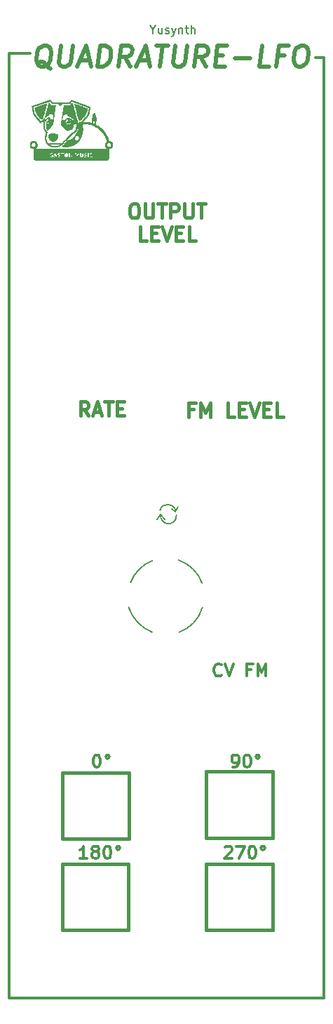
<source format=gto>
%TF.GenerationSoftware,KiCad,Pcbnew,(6.0.11-0)*%
%TF.CreationDate,2023-05-04T11:01:33+02:00*%
%TF.ProjectId,FrontPanel-4lfo1,46726f6e-7450-4616-9e65-6c2d346c666f,rev?*%
%TF.SameCoordinates,Original*%
%TF.FileFunction,Legend,Top*%
%TF.FilePolarity,Positive*%
%FSLAX46Y46*%
G04 Gerber Fmt 4.6, Leading zero omitted, Abs format (unit mm)*
G04 Created by KiCad (PCBNEW (6.0.11-0)) date 2023-05-04 11:01:33*
%MOMM*%
%LPD*%
G01*
G04 APERTURE LIST*
%ADD10C,0.300000*%
%ADD11C,0.400000*%
%ADD12C,0.150000*%
%ADD13C,0.500000*%
G04 APERTURE END LIST*
D10*
X110800000Y-154450000D02*
X110800000Y-40950000D01*
D11*
X96600000Y-127100000D02*
X104600000Y-127100000D01*
X104600000Y-127100000D02*
X104600000Y-135100000D01*
X104600000Y-135100000D02*
X96600000Y-135100000D01*
X96600000Y-135100000D02*
X96600000Y-127100000D01*
D10*
X110800000Y-40950000D02*
X109800000Y-40950000D01*
D12*
X92893140Y-95760315D02*
X92393140Y-95360315D01*
X87234423Y-107283598D02*
G75*
G03*
X90057363Y-110272867I4649577J1563298D01*
G01*
X92905538Y-95660314D02*
G75*
G03*
X91014836Y-95560315I-956838J-167186D01*
G01*
X91115011Y-96058453D02*
X91572748Y-96650000D01*
D10*
X72800000Y-40450000D02*
X75300000Y-40450000D01*
X72800000Y-154450000D02*
X110800000Y-154450000D01*
D12*
X91115011Y-96058453D02*
X90628304Y-96660315D01*
X93309114Y-110274864D02*
G75*
G03*
X96134465Y-107283584I-1409814J4161564D01*
G01*
X96106449Y-104374184D02*
G75*
G03*
X93257363Y-101572867I-4348949J-1573616D01*
G01*
X91114935Y-96058438D02*
G75*
G03*
X93000000Y-96150000I935665J-187162D01*
G01*
D10*
X72800000Y-40450000D02*
X72800000Y-154450000D01*
D12*
X92893140Y-95760315D02*
X93193140Y-95160315D01*
X90105963Y-101638746D02*
G75*
G03*
X87457363Y-104272867I1651437J-4309154D01*
G01*
D11*
X79250000Y-127200000D02*
X87250000Y-127200000D01*
X87250000Y-127200000D02*
X87250000Y-135200000D01*
X87250000Y-135200000D02*
X79250000Y-135200000D01*
X79250000Y-135200000D02*
X79250000Y-127200000D01*
X96600000Y-138200000D02*
X104600000Y-138200000D01*
X104600000Y-138200000D02*
X104600000Y-146200000D01*
X104600000Y-146200000D02*
X96600000Y-146200000D01*
X96600000Y-146200000D02*
X96600000Y-138200000D01*
X79200000Y-138200000D02*
X87200000Y-138200000D01*
X87200000Y-138200000D02*
X87200000Y-146200000D01*
X87200000Y-146200000D02*
X79200000Y-146200000D01*
X79200000Y-146200000D02*
X79200000Y-138200000D01*
X82380952Y-84169047D02*
X81814285Y-83359523D01*
X81409523Y-84169047D02*
X81409523Y-82469047D01*
X82057142Y-82469047D01*
X82219047Y-82550000D01*
X82300000Y-82630952D01*
X82380952Y-82792857D01*
X82380952Y-83035714D01*
X82300000Y-83197619D01*
X82219047Y-83278571D01*
X82057142Y-83359523D01*
X81409523Y-83359523D01*
X83028571Y-83683333D02*
X83838095Y-83683333D01*
X82866666Y-84169047D02*
X83433333Y-82469047D01*
X84000000Y-84169047D01*
X84323809Y-82469047D02*
X85295238Y-82469047D01*
X84809523Y-84169047D02*
X84809523Y-82469047D01*
X85861904Y-83278571D02*
X86428571Y-83278571D01*
X86671428Y-84169047D02*
X85861904Y-84169047D01*
X85861904Y-82469047D01*
X86671428Y-82469047D01*
X87761904Y-58600547D02*
X88085714Y-58600547D01*
X88247619Y-58681500D01*
X88409523Y-58843404D01*
X88490476Y-59167214D01*
X88490476Y-59733880D01*
X88409523Y-60057690D01*
X88247619Y-60219595D01*
X88085714Y-60300547D01*
X87761904Y-60300547D01*
X87600000Y-60219595D01*
X87438095Y-60057690D01*
X87357142Y-59733880D01*
X87357142Y-59167214D01*
X87438095Y-58843404D01*
X87600000Y-58681500D01*
X87761904Y-58600547D01*
X89219047Y-58600547D02*
X89219047Y-59976738D01*
X89300000Y-60138642D01*
X89380952Y-60219595D01*
X89542857Y-60300547D01*
X89866666Y-60300547D01*
X90028571Y-60219595D01*
X90109523Y-60138642D01*
X90190476Y-59976738D01*
X90190476Y-58600547D01*
X90757142Y-58600547D02*
X91728571Y-58600547D01*
X91242857Y-60300547D02*
X91242857Y-58600547D01*
X92295238Y-60300547D02*
X92295238Y-58600547D01*
X92942857Y-58600547D01*
X93104761Y-58681500D01*
X93185714Y-58762452D01*
X93266666Y-58924357D01*
X93266666Y-59167214D01*
X93185714Y-59329119D01*
X93104761Y-59410071D01*
X92942857Y-59491023D01*
X92295238Y-59491023D01*
X93995238Y-58600547D02*
X93995238Y-59976738D01*
X94076190Y-60138642D01*
X94157142Y-60219595D01*
X94319047Y-60300547D01*
X94642857Y-60300547D01*
X94804761Y-60219595D01*
X94885714Y-60138642D01*
X94966666Y-59976738D01*
X94966666Y-58600547D01*
X95533333Y-58600547D02*
X96504761Y-58600547D01*
X96019047Y-60300547D02*
X96019047Y-58600547D01*
X89421428Y-63037547D02*
X88611904Y-63037547D01*
X88611904Y-61337547D01*
X89988095Y-62147071D02*
X90554761Y-62147071D01*
X90797619Y-63037547D02*
X89988095Y-63037547D01*
X89988095Y-61337547D01*
X90797619Y-61337547D01*
X91283333Y-61337547D02*
X91850000Y-63037547D01*
X92416666Y-61337547D01*
X92983333Y-62147071D02*
X93550000Y-62147071D01*
X93792857Y-63037547D02*
X92983333Y-63037547D01*
X92983333Y-61337547D01*
X93792857Y-61337547D01*
X95330952Y-63037547D02*
X94521428Y-63037547D01*
X94521428Y-61337547D01*
D10*
X98450000Y-115435714D02*
X98378571Y-115507142D01*
X98164285Y-115578571D01*
X98021428Y-115578571D01*
X97807142Y-115507142D01*
X97664285Y-115364285D01*
X97592857Y-115221428D01*
X97521428Y-114935714D01*
X97521428Y-114721428D01*
X97592857Y-114435714D01*
X97664285Y-114292857D01*
X97807142Y-114150000D01*
X98021428Y-114078571D01*
X98164285Y-114078571D01*
X98378571Y-114150000D01*
X98450000Y-114221428D01*
X98878571Y-114078571D02*
X99378571Y-115578571D01*
X99878571Y-114078571D01*
X102021428Y-114792857D02*
X101521428Y-114792857D01*
X101521428Y-115578571D02*
X101521428Y-114078571D01*
X102235714Y-114078571D01*
X102807142Y-115578571D02*
X102807142Y-114078571D01*
X103307142Y-115150000D01*
X103807142Y-114078571D01*
X103807142Y-115578571D01*
X99828571Y-126578571D02*
X100114285Y-126578571D01*
X100257142Y-126507142D01*
X100328571Y-126435714D01*
X100471428Y-126221428D01*
X100542857Y-125935714D01*
X100542857Y-125364285D01*
X100471428Y-125221428D01*
X100400000Y-125150000D01*
X100257142Y-125078571D01*
X99971428Y-125078571D01*
X99828571Y-125150000D01*
X99757142Y-125221428D01*
X99685714Y-125364285D01*
X99685714Y-125721428D01*
X99757142Y-125864285D01*
X99828571Y-125935714D01*
X99971428Y-126007142D01*
X100257142Y-126007142D01*
X100400000Y-125935714D01*
X100471428Y-125864285D01*
X100542857Y-125721428D01*
X101471428Y-125078571D02*
X101614285Y-125078571D01*
X101757142Y-125150000D01*
X101828571Y-125221428D01*
X101900000Y-125364285D01*
X101971428Y-125650000D01*
X101971428Y-126007142D01*
X101900000Y-126292857D01*
X101828571Y-126435714D01*
X101757142Y-126507142D01*
X101614285Y-126578571D01*
X101471428Y-126578571D01*
X101328571Y-126507142D01*
X101257142Y-126435714D01*
X101185714Y-126292857D01*
X101114285Y-126007142D01*
X101114285Y-125650000D01*
X101185714Y-125364285D01*
X101257142Y-125221428D01*
X101328571Y-125150000D01*
X101471428Y-125078571D01*
X102828571Y-125078571D02*
X102685714Y-125150000D01*
X102614285Y-125292857D01*
X102685714Y-125435714D01*
X102828571Y-125507142D01*
X102971428Y-125435714D01*
X103042857Y-125292857D01*
X102971428Y-125150000D01*
X102828571Y-125078571D01*
X82228571Y-137578571D02*
X81371428Y-137578571D01*
X81800000Y-137578571D02*
X81800000Y-136078571D01*
X81657142Y-136292857D01*
X81514285Y-136435714D01*
X81371428Y-136507142D01*
X83085714Y-136721428D02*
X82942857Y-136650000D01*
X82871428Y-136578571D01*
X82800000Y-136435714D01*
X82800000Y-136364285D01*
X82871428Y-136221428D01*
X82942857Y-136150000D01*
X83085714Y-136078571D01*
X83371428Y-136078571D01*
X83514285Y-136150000D01*
X83585714Y-136221428D01*
X83657142Y-136364285D01*
X83657142Y-136435714D01*
X83585714Y-136578571D01*
X83514285Y-136650000D01*
X83371428Y-136721428D01*
X83085714Y-136721428D01*
X82942857Y-136792857D01*
X82871428Y-136864285D01*
X82800000Y-137007142D01*
X82800000Y-137292857D01*
X82871428Y-137435714D01*
X82942857Y-137507142D01*
X83085714Y-137578571D01*
X83371428Y-137578571D01*
X83514285Y-137507142D01*
X83585714Y-137435714D01*
X83657142Y-137292857D01*
X83657142Y-137007142D01*
X83585714Y-136864285D01*
X83514285Y-136792857D01*
X83371428Y-136721428D01*
X84585714Y-136078571D02*
X84728571Y-136078571D01*
X84871428Y-136150000D01*
X84942857Y-136221428D01*
X85014285Y-136364285D01*
X85085714Y-136650000D01*
X85085714Y-137007142D01*
X85014285Y-137292857D01*
X84942857Y-137435714D01*
X84871428Y-137507142D01*
X84728571Y-137578571D01*
X84585714Y-137578571D01*
X84442857Y-137507142D01*
X84371428Y-137435714D01*
X84300000Y-137292857D01*
X84228571Y-137007142D01*
X84228571Y-136650000D01*
X84300000Y-136364285D01*
X84371428Y-136221428D01*
X84442857Y-136150000D01*
X84585714Y-136078571D01*
X85942857Y-136078571D02*
X85800000Y-136150000D01*
X85728571Y-136292857D01*
X85800000Y-136435714D01*
X85942857Y-136507142D01*
X86085714Y-136435714D01*
X86157142Y-136292857D01*
X86085714Y-136150000D01*
X85942857Y-136078571D01*
X83307142Y-125078571D02*
X83450000Y-125078571D01*
X83592857Y-125150000D01*
X83664285Y-125221428D01*
X83735714Y-125364285D01*
X83807142Y-125650000D01*
X83807142Y-126007142D01*
X83735714Y-126292857D01*
X83664285Y-126435714D01*
X83592857Y-126507142D01*
X83450000Y-126578571D01*
X83307142Y-126578571D01*
X83164285Y-126507142D01*
X83092857Y-126435714D01*
X83021428Y-126292857D01*
X82950000Y-126007142D01*
X82950000Y-125650000D01*
X83021428Y-125364285D01*
X83092857Y-125221428D01*
X83164285Y-125150000D01*
X83307142Y-125078571D01*
X84664285Y-125078571D02*
X84521428Y-125150000D01*
X84450000Y-125292857D01*
X84521428Y-125435714D01*
X84664285Y-125507142D01*
X84807142Y-125435714D01*
X84878571Y-125292857D01*
X84807142Y-125150000D01*
X84664285Y-125078571D01*
D13*
X77750223Y-42269047D02*
X77527008Y-42150000D01*
X77318675Y-41911904D01*
X77006175Y-41554761D01*
X76782961Y-41435714D01*
X76544866Y-41435714D01*
X76589508Y-42030952D02*
X76366294Y-41911904D01*
X76157961Y-41673809D01*
X76098437Y-41197619D01*
X76202604Y-40364285D01*
X76381175Y-39888095D01*
X76649032Y-39650000D01*
X76902008Y-39530952D01*
X77378199Y-39530952D01*
X77601413Y-39650000D01*
X77809747Y-39888095D01*
X77869270Y-40364285D01*
X77765104Y-41197619D01*
X77586532Y-41673809D01*
X77318675Y-41911904D01*
X77065699Y-42030952D01*
X76589508Y-42030952D01*
X79044866Y-39530952D02*
X78791889Y-41554761D01*
X78881175Y-41792857D01*
X78985342Y-41911904D01*
X79208556Y-42030952D01*
X79684747Y-42030952D01*
X79937723Y-41911904D01*
X80071651Y-41792857D01*
X80220461Y-41554761D01*
X80473437Y-39530952D01*
X81321651Y-41316666D02*
X82512127Y-41316666D01*
X80994270Y-42030952D02*
X82140104Y-39530952D01*
X82660937Y-42030952D01*
X83494270Y-42030952D02*
X83806770Y-39530952D01*
X84402008Y-39530952D01*
X84744270Y-39650000D01*
X84952604Y-39888095D01*
X85041889Y-40126190D01*
X85101413Y-40602380D01*
X85056770Y-40959523D01*
X84878199Y-41435714D01*
X84729389Y-41673809D01*
X84461532Y-41911904D01*
X84089508Y-42030952D01*
X83494270Y-42030952D01*
X87422842Y-42030952D02*
X86738318Y-40840476D01*
X85994270Y-42030952D02*
X86306770Y-39530952D01*
X87259151Y-39530952D01*
X87482366Y-39650000D01*
X87586532Y-39769047D01*
X87675818Y-40007142D01*
X87631175Y-40364285D01*
X87482366Y-40602380D01*
X87348437Y-40721428D01*
X87095461Y-40840476D01*
X86143080Y-40840476D01*
X88464508Y-41316666D02*
X89654985Y-41316666D01*
X88137127Y-42030952D02*
X89282961Y-39530952D01*
X89803794Y-42030952D01*
X90592485Y-39530952D02*
X92021056Y-39530952D01*
X90994270Y-42030952D02*
X91306770Y-39530952D01*
X92854389Y-39530952D02*
X92601413Y-41554761D01*
X92690699Y-41792857D01*
X92794866Y-41911904D01*
X93018080Y-42030952D01*
X93494270Y-42030952D01*
X93747247Y-41911904D01*
X93881175Y-41792857D01*
X94029985Y-41554761D01*
X94282961Y-39530952D01*
X96589508Y-42030952D02*
X95904985Y-40840476D01*
X95160937Y-42030952D02*
X95473437Y-39530952D01*
X96425818Y-39530952D01*
X96649032Y-39650000D01*
X96753199Y-39769047D01*
X96842485Y-40007142D01*
X96797842Y-40364285D01*
X96649032Y-40602380D01*
X96515104Y-40721428D01*
X96262127Y-40840476D01*
X95309747Y-40840476D01*
X97824627Y-40721428D02*
X98657961Y-40721428D01*
X98851413Y-42030952D02*
X97660937Y-42030952D01*
X97973437Y-39530952D01*
X99163913Y-39530952D01*
X100041889Y-41078571D02*
X101946651Y-41078571D01*
X104208556Y-42030952D02*
X103018080Y-42030952D01*
X103330580Y-39530952D01*
X106038913Y-40721428D02*
X105205580Y-40721428D01*
X105041889Y-42030952D02*
X105354389Y-39530952D01*
X106544866Y-39530952D01*
X107973437Y-39530952D02*
X108449627Y-39530952D01*
X108672842Y-39650000D01*
X108881175Y-39888095D01*
X108940699Y-40364285D01*
X108836532Y-41197619D01*
X108657961Y-41673809D01*
X108390104Y-41911904D01*
X108137127Y-42030952D01*
X107660937Y-42030952D01*
X107437723Y-41911904D01*
X107229389Y-41673809D01*
X107169866Y-41197619D01*
X107274032Y-40364285D01*
X107452604Y-39888095D01*
X107720461Y-39650000D01*
X107973437Y-39530952D01*
D12*
X90171428Y-37576190D02*
X90171428Y-38052380D01*
X89838095Y-37052380D02*
X90171428Y-37576190D01*
X90504761Y-37052380D01*
X91266666Y-37385714D02*
X91266666Y-38052380D01*
X90838095Y-37385714D02*
X90838095Y-37909523D01*
X90885714Y-38004761D01*
X90980952Y-38052380D01*
X91123809Y-38052380D01*
X91219047Y-38004761D01*
X91266666Y-37957142D01*
X91695238Y-38004761D02*
X91790476Y-38052380D01*
X91980952Y-38052380D01*
X92076190Y-38004761D01*
X92123809Y-37909523D01*
X92123809Y-37861904D01*
X92076190Y-37766666D01*
X91980952Y-37719047D01*
X91838095Y-37719047D01*
X91742857Y-37671428D01*
X91695238Y-37576190D01*
X91695238Y-37528571D01*
X91742857Y-37433333D01*
X91838095Y-37385714D01*
X91980952Y-37385714D01*
X92076190Y-37433333D01*
X92457142Y-37385714D02*
X92695238Y-38052380D01*
X92933333Y-37385714D02*
X92695238Y-38052380D01*
X92600000Y-38290476D01*
X92552380Y-38338095D01*
X92457142Y-38385714D01*
X93314285Y-37385714D02*
X93314285Y-38052380D01*
X93314285Y-37480952D02*
X93361904Y-37433333D01*
X93457142Y-37385714D01*
X93600000Y-37385714D01*
X93695238Y-37433333D01*
X93742857Y-37528571D01*
X93742857Y-38052380D01*
X94076190Y-37385714D02*
X94457142Y-37385714D01*
X94219047Y-37052380D02*
X94219047Y-37909523D01*
X94266666Y-38004761D01*
X94361904Y-38052380D01*
X94457142Y-38052380D01*
X94790476Y-38052380D02*
X94790476Y-37052380D01*
X95219047Y-38052380D02*
X95219047Y-37528571D01*
X95171428Y-37433333D01*
X95076190Y-37385714D01*
X94933333Y-37385714D01*
X94838095Y-37433333D01*
X94790476Y-37480952D01*
D10*
X98871428Y-136221428D02*
X98942857Y-136150000D01*
X99085714Y-136078571D01*
X99442857Y-136078571D01*
X99585714Y-136150000D01*
X99657142Y-136221428D01*
X99728571Y-136364285D01*
X99728571Y-136507142D01*
X99657142Y-136721428D01*
X98800000Y-137578571D01*
X99728571Y-137578571D01*
X100228571Y-136078571D02*
X101228571Y-136078571D01*
X100585714Y-137578571D01*
X102085714Y-136078571D02*
X102228571Y-136078571D01*
X102371428Y-136150000D01*
X102442857Y-136221428D01*
X102514285Y-136364285D01*
X102585714Y-136650000D01*
X102585714Y-137007142D01*
X102514285Y-137292857D01*
X102442857Y-137435714D01*
X102371428Y-137507142D01*
X102228571Y-137578571D01*
X102085714Y-137578571D01*
X101942857Y-137507142D01*
X101871428Y-137435714D01*
X101800000Y-137292857D01*
X101728571Y-137007142D01*
X101728571Y-136650000D01*
X101800000Y-136364285D01*
X101871428Y-136221428D01*
X101942857Y-136150000D01*
X102085714Y-136078571D01*
X103442857Y-136078571D02*
X103300000Y-136150000D01*
X103228571Y-136292857D01*
X103300000Y-136435714D01*
X103442857Y-136507142D01*
X103585714Y-136435714D01*
X103657142Y-136292857D01*
X103585714Y-136150000D01*
X103442857Y-136078571D01*
D11*
X95055952Y-83378571D02*
X94489285Y-83378571D01*
X94489285Y-84269047D02*
X94489285Y-82569047D01*
X95298809Y-82569047D01*
X95946428Y-84269047D02*
X95946428Y-82569047D01*
X96513095Y-83783333D01*
X97079761Y-82569047D01*
X97079761Y-84269047D01*
X99994047Y-84269047D02*
X99184523Y-84269047D01*
X99184523Y-82569047D01*
X100560714Y-83378571D02*
X101127380Y-83378571D01*
X101370238Y-84269047D02*
X100560714Y-84269047D01*
X100560714Y-82569047D01*
X101370238Y-82569047D01*
X101855952Y-82569047D02*
X102422619Y-84269047D01*
X102989285Y-82569047D01*
X103555952Y-83378571D02*
X104122619Y-83378571D01*
X104365476Y-84269047D02*
X103555952Y-84269047D01*
X103555952Y-82569047D01*
X104365476Y-82569047D01*
X105903571Y-84269047D02*
X105094047Y-84269047D01*
X105094047Y-82569047D01*
%TO.C,G\u002A\u002A\u002A*%
G36*
X79712500Y-48532866D02*
G01*
X79731282Y-48496199D01*
X79762438Y-48459126D01*
X79773084Y-48448278D01*
X79833164Y-48398489D01*
X79893542Y-48371477D01*
X79959550Y-48365534D01*
X80009504Y-48372471D01*
X80091075Y-48398866D01*
X80152756Y-48440113D01*
X80195171Y-48496999D01*
X80218943Y-48570310D01*
X80224963Y-48643750D01*
X80214586Y-48733767D01*
X80183827Y-48809698D01*
X80133248Y-48870731D01*
X80063408Y-48916055D01*
X80026464Y-48930901D01*
X79974490Y-48945286D01*
X79931675Y-48947469D01*
X79885651Y-48937986D01*
X79882716Y-48937117D01*
X79809979Y-48903403D01*
X79753324Y-48852138D01*
X79714116Y-48785989D01*
X79693725Y-48707623D01*
X79693517Y-48619707D01*
X79695863Y-48605056D01*
X79726515Y-48605056D01*
X79736422Y-48640172D01*
X79743730Y-48650280D01*
X79773616Y-48669204D01*
X79809608Y-48674210D01*
X79840853Y-48664567D01*
X79848853Y-48657365D01*
X79866465Y-48621580D01*
X79872023Y-48577211D01*
X79866627Y-48532003D01*
X79851378Y-48493700D01*
X79827378Y-48470046D01*
X79821904Y-48467841D01*
X79792245Y-48469767D01*
X79765254Y-48490571D01*
X79743554Y-48524135D01*
X79729767Y-48564336D01*
X79726515Y-48605056D01*
X79695863Y-48605056D01*
X79699797Y-48580483D01*
X79712500Y-48532866D01*
G37*
G36*
X79116603Y-48459735D02*
G01*
X79117421Y-48454130D01*
X79232378Y-48454130D01*
X79233054Y-48457810D01*
X79254367Y-48480442D01*
X79294607Y-48494526D01*
X79348993Y-48499477D01*
X79412743Y-48494714D01*
X79459677Y-48485461D01*
X79490571Y-48475317D01*
X79519903Y-48458882D01*
X79552955Y-48432299D01*
X79595009Y-48391714D01*
X79612162Y-48374179D01*
X79664980Y-48321559D01*
X79708016Y-48284444D01*
X79747406Y-48259053D01*
X79789284Y-48241607D01*
X79839788Y-48228326D01*
X79853737Y-48225367D01*
X79947908Y-48217347D01*
X80046962Y-48231476D01*
X80152092Y-48268101D01*
X80264489Y-48327570D01*
X80314589Y-48359739D01*
X80368676Y-48394705D01*
X80426890Y-48430079D01*
X80477759Y-48458921D01*
X80483625Y-48462033D01*
X80523868Y-48485278D01*
X80555050Y-48507241D01*
X80570421Y-48523165D01*
X80570422Y-48523168D01*
X80577815Y-48533058D01*
X80582808Y-48520847D01*
X80584572Y-48509667D01*
X80578681Y-48470225D01*
X80552080Y-48422167D01*
X80495850Y-48351763D01*
X80430243Y-48290669D01*
X80351216Y-48236035D01*
X80254731Y-48185008D01*
X80155265Y-48142058D01*
X80066369Y-48103667D01*
X80001119Y-48068978D01*
X79959250Y-48038159D01*
X79924650Y-48005969D01*
X79891979Y-47976058D01*
X79880873Y-47966071D01*
X79858081Y-47937022D01*
X79850022Y-47898660D01*
X79849779Y-47887554D01*
X79845440Y-47849300D01*
X79833331Y-47830460D01*
X79832334Y-47830024D01*
X79808616Y-47827452D01*
X79766141Y-47828935D01*
X79710044Y-47833747D01*
X79645460Y-47841158D01*
X79577522Y-47850441D01*
X79511366Y-47860867D01*
X79452126Y-47871708D01*
X79404937Y-47882236D01*
X79374934Y-47891721D01*
X79367931Y-47895896D01*
X79355822Y-47916127D01*
X79340444Y-47952903D01*
X79324949Y-47998608D01*
X79323659Y-48002890D01*
X79308827Y-48056753D01*
X79293098Y-48120755D01*
X79277409Y-48190189D01*
X79262698Y-48260349D01*
X79249903Y-48326529D01*
X79239959Y-48384024D01*
X79233805Y-48428126D01*
X79232378Y-48454130D01*
X79117421Y-48454130D01*
X79142489Y-48282263D01*
X79167645Y-48110827D01*
X79191757Y-47947530D01*
X79214513Y-47794474D01*
X79235598Y-47653761D01*
X79254699Y-47527494D01*
X79271501Y-47417775D01*
X79285693Y-47326705D01*
X79296960Y-47256387D01*
X79304354Y-47212500D01*
X79318278Y-47129363D01*
X79333098Y-47034201D01*
X79346870Y-46939827D01*
X79356035Y-46871875D01*
X79378003Y-46700000D01*
X80172581Y-46700000D01*
X80259780Y-46578125D01*
X80296202Y-46528212D01*
X80329612Y-46484215D01*
X80356145Y-46451115D01*
X80371228Y-46434505D01*
X80386703Y-46422777D01*
X80401249Y-46421730D01*
X80422321Y-46433011D01*
X80448173Y-46451494D01*
X80482993Y-46481457D01*
X80511146Y-46513225D01*
X80519567Y-46526369D01*
X80525637Y-46544246D01*
X80537200Y-46584365D01*
X80553729Y-46644701D01*
X80574694Y-46723232D01*
X80599567Y-46817934D01*
X80627818Y-46926783D01*
X80658920Y-47047757D01*
X80692344Y-47178832D01*
X80727560Y-47317985D01*
X80756824Y-47434380D01*
X80798936Y-47602199D01*
X80835569Y-47747663D01*
X80867261Y-47872682D01*
X80894548Y-47979166D01*
X80917969Y-48069025D01*
X80938060Y-48144171D01*
X80955360Y-48206513D01*
X80970404Y-48257962D01*
X80983731Y-48300428D01*
X80995878Y-48335822D01*
X81007382Y-48366054D01*
X81018780Y-48393035D01*
X81030610Y-48418675D01*
X81037888Y-48433700D01*
X81100394Y-48561150D01*
X81100143Y-48952450D01*
X81099713Y-49053162D01*
X81098619Y-49149489D01*
X81096956Y-49237579D01*
X81094819Y-49313583D01*
X81092304Y-49373650D01*
X81089507Y-49413929D01*
X81088468Y-49422709D01*
X81077582Y-49467679D01*
X81056666Y-49528866D01*
X81028127Y-49600797D01*
X80994373Y-49677999D01*
X80957811Y-49754998D01*
X80920848Y-49826322D01*
X80885893Y-49886498D01*
X80881278Y-49893750D01*
X80857668Y-49933901D01*
X80839649Y-49970983D01*
X80833148Y-49989517D01*
X80827283Y-50003158D01*
X80814193Y-50017621D01*
X80790859Y-50034869D01*
X80754259Y-50056864D01*
X80701375Y-50085568D01*
X80629186Y-50122941D01*
X80622549Y-50126333D01*
X80419760Y-50229881D01*
X80144209Y-50511815D01*
X79961807Y-50698140D01*
X79795783Y-50867104D01*
X79646230Y-51018614D01*
X79513240Y-51152580D01*
X79396905Y-51268908D01*
X79297316Y-51367508D01*
X79214567Y-51448287D01*
X79148749Y-51511155D01*
X79099954Y-51556018D01*
X79074397Y-51577948D01*
X78942627Y-51669299D01*
X78798384Y-51741266D01*
X78645138Y-51793203D01*
X78486360Y-51824468D01*
X78325521Y-51834413D01*
X78166092Y-51822395D01*
X78011543Y-51787768D01*
X77987147Y-51779969D01*
X77879021Y-51740171D01*
X77784230Y-51696258D01*
X77696801Y-51644479D01*
X77610766Y-51581082D01*
X77520152Y-51502316D01*
X77470877Y-51455624D01*
X77459464Y-51443750D01*
X77742492Y-51443750D01*
X77789173Y-51479443D01*
X77837824Y-51510305D01*
X77903522Y-51543282D01*
X77978840Y-51575328D01*
X78056352Y-51603399D01*
X78128631Y-51624449D01*
X78159079Y-51631126D01*
X78309696Y-51647007D01*
X78459961Y-51638178D01*
X78607346Y-51604826D01*
X78632868Y-51596408D01*
X78752572Y-51550522D01*
X78847948Y-51504119D01*
X78910796Y-51463504D01*
X78918770Y-51456890D01*
X78921766Y-51451596D01*
X78917350Y-51447391D01*
X78903087Y-51444043D01*
X78876540Y-51441321D01*
X78835274Y-51438994D01*
X78776855Y-51436830D01*
X78698847Y-51434598D01*
X78598814Y-51432067D01*
X78573129Y-51431436D01*
X78464448Y-51429385D01*
X78350246Y-51428318D01*
X78236821Y-51428218D01*
X78130467Y-51429068D01*
X78037482Y-51430850D01*
X77973856Y-51433077D01*
X77742492Y-51443750D01*
X77459464Y-51443750D01*
X77369071Y-51349707D01*
X77287594Y-51247826D01*
X77223315Y-51145345D01*
X77173105Y-51037630D01*
X77154638Y-50987310D01*
X77142485Y-50949323D01*
X77133976Y-50914867D01*
X77128499Y-50878192D01*
X77125442Y-50833545D01*
X77124190Y-50775177D01*
X77124119Y-50700935D01*
X77125284Y-50614110D01*
X77128621Y-50537424D01*
X77134878Y-50464433D01*
X77144807Y-50388693D01*
X77159156Y-50303757D01*
X77178675Y-50203182D01*
X77186441Y-50165160D01*
X77215512Y-50024070D01*
X77187162Y-49965160D01*
X77170273Y-49932216D01*
X77144102Y-49883721D01*
X77111968Y-49825716D01*
X77077186Y-49764248D01*
X77070260Y-49752169D01*
X77036217Y-49690404D01*
X77005610Y-49630227D01*
X76981417Y-49577817D01*
X76966616Y-49539353D01*
X76965030Y-49533820D01*
X76959805Y-49505376D01*
X76955662Y-49463266D01*
X76952526Y-49405361D01*
X76950320Y-49329531D01*
X76948965Y-49233646D01*
X76948385Y-49115577D01*
X76948351Y-49073068D01*
X76948351Y-48676585D01*
X76831222Y-48732042D01*
X76781336Y-48755143D01*
X76739539Y-48773532D01*
X76711160Y-48784919D01*
X76702103Y-48787500D01*
X76691790Y-48798357D01*
X76678865Y-48826024D01*
X76671954Y-48845943D01*
X76658687Y-48880932D01*
X76645345Y-48904256D01*
X76639661Y-48909095D01*
X76633816Y-48908274D01*
X76624212Y-48901851D01*
X76609512Y-48888299D01*
X76588381Y-48866090D01*
X76559483Y-48833697D01*
X76521482Y-48789591D01*
X76473043Y-48732244D01*
X76412830Y-48660129D01*
X76339506Y-48571718D01*
X76251737Y-48465482D01*
X76250156Y-48463566D01*
X76111793Y-48296086D01*
X75984355Y-48142271D01*
X75863049Y-47996340D01*
X75778234Y-47894610D01*
X75744966Y-47853838D01*
X75715771Y-47816442D01*
X75696366Y-47789770D01*
X75694878Y-47787500D01*
X75688334Y-47768257D01*
X75678669Y-47727775D01*
X75666487Y-47669535D01*
X75652390Y-47597017D01*
X75636980Y-47513703D01*
X75620859Y-47423075D01*
X75604629Y-47328614D01*
X75588893Y-47233802D01*
X75574254Y-47142121D01*
X75561312Y-47057051D01*
X75550671Y-46982074D01*
X75542934Y-46920672D01*
X75539950Y-46891959D01*
X75536277Y-46845165D01*
X75536652Y-46816903D01*
X75542264Y-46800870D01*
X75554300Y-46790762D01*
X75559583Y-46787812D01*
X75577522Y-46780464D01*
X75616304Y-46766112D01*
X75673080Y-46745763D01*
X75744998Y-46720421D01*
X75829208Y-46691090D01*
X75922858Y-46658776D01*
X76020856Y-46625246D01*
X76133011Y-46586943D01*
X76249027Y-46547162D01*
X76363973Y-46507605D01*
X76472918Y-46469975D01*
X76570934Y-46435972D01*
X76653089Y-46407298D01*
X76691975Y-46393622D01*
X76791844Y-46358469D01*
X76910030Y-46317061D01*
X77041192Y-46271258D01*
X77179991Y-46222918D01*
X77321084Y-46173901D01*
X77459132Y-46126068D01*
X77588793Y-46081277D01*
X77611177Y-46073562D01*
X77664720Y-46055999D01*
X77700770Y-46046924D01*
X77725006Y-46045417D01*
X77743108Y-46050556D01*
X77745503Y-46051768D01*
X77763136Y-46065278D01*
X77794708Y-46093579D01*
X77836811Y-46133451D01*
X77886036Y-46181677D01*
X77931145Y-46227050D01*
X78088763Y-46387500D01*
X79995375Y-46387500D01*
X80155226Y-46225000D01*
X80206997Y-46173060D01*
X80253376Y-46127832D01*
X80291316Y-46092180D01*
X80317773Y-46068970D01*
X80329424Y-46061060D01*
X80342825Y-46060664D01*
X80359489Y-46062621D01*
X80382201Y-46067828D01*
X80413744Y-46077180D01*
X80456902Y-46091574D01*
X80514458Y-46111905D01*
X80589196Y-46139070D01*
X80683899Y-46173965D01*
X80709164Y-46183314D01*
X80805138Y-46218818D01*
X80903619Y-46255199D01*
X80999117Y-46290432D01*
X81086141Y-46322491D01*
X81159200Y-46349353D01*
X81200443Y-46364474D01*
X81277475Y-46393032D01*
X81361595Y-46424823D01*
X81442510Y-46455925D01*
X81508570Y-46481875D01*
X81563287Y-46503467D01*
X81609331Y-46521151D01*
X81641867Y-46533103D01*
X81656059Y-46537499D01*
X81656063Y-46537500D01*
X81660776Y-46538354D01*
X81670970Y-46541414D01*
X81688678Y-46547426D01*
X81715933Y-46557132D01*
X81754769Y-46571279D01*
X81807219Y-46590611D01*
X81875315Y-46615873D01*
X81961091Y-46647810D01*
X82066580Y-46687166D01*
X82169670Y-46725667D01*
X82254510Y-46757084D01*
X82337822Y-46787432D01*
X82414647Y-46814942D01*
X82480025Y-46837845D01*
X82528998Y-46854372D01*
X82543112Y-46858873D01*
X82591305Y-46874252D01*
X82619987Y-46885683D01*
X82633637Y-46896291D01*
X82636737Y-46909199D01*
X82634732Y-46922772D01*
X82630716Y-46945244D01*
X82623500Y-46987973D01*
X82613815Y-47046528D01*
X82602393Y-47116479D01*
X82589968Y-47193392D01*
X82588907Y-47200000D01*
X82562428Y-47362529D01*
X82538990Y-47501213D01*
X82518406Y-47616995D01*
X82500490Y-47710821D01*
X82485054Y-47783634D01*
X82471912Y-47836380D01*
X82460877Y-47870004D01*
X82453807Y-47883323D01*
X82438405Y-47901716D01*
X82409792Y-47934988D01*
X82371313Y-47979280D01*
X82326316Y-48030734D01*
X82296584Y-48064573D01*
X82239359Y-48129632D01*
X82172438Y-48205795D01*
X82102592Y-48285349D01*
X82036593Y-48360584D01*
X82008943Y-48392129D01*
X81954319Y-48454316D01*
X81899538Y-48516415D01*
X81849058Y-48573394D01*
X81807335Y-48620216D01*
X81785106Y-48644939D01*
X81752509Y-48682005D01*
X81727623Y-48712323D01*
X81714372Y-48731027D01*
X81713204Y-48734059D01*
X81725182Y-48736579D01*
X81758994Y-48738855D01*
X81811461Y-48740798D01*
X81879404Y-48742320D01*
X81959645Y-48743332D01*
X82049006Y-48743744D01*
X82060250Y-48743750D01*
X82163452Y-48743840D01*
X82245780Y-48744307D01*
X82311370Y-48745443D01*
X82364361Y-48747543D01*
X82408888Y-48750898D01*
X82449091Y-48755804D01*
X82489107Y-48762553D01*
X82533072Y-48771438D01*
X82573091Y-48780111D01*
X82634295Y-48792883D01*
X82686469Y-48802540D01*
X82724915Y-48808305D01*
X82744936Y-48809402D01*
X82746557Y-48808814D01*
X82754079Y-48790225D01*
X82762960Y-48750149D01*
X82772767Y-48692033D01*
X82783068Y-48619325D01*
X82793430Y-48535474D01*
X82803421Y-48443929D01*
X82810677Y-48368284D01*
X83018895Y-48368284D01*
X83019340Y-48395610D01*
X83020921Y-48403371D01*
X83022106Y-48398758D01*
X83028978Y-48381250D01*
X83076367Y-48381250D01*
X83082620Y-48387500D01*
X83088873Y-48381250D01*
X83082620Y-48375000D01*
X83076367Y-48381250D01*
X83028978Y-48381250D01*
X83031575Y-48374632D01*
X83054083Y-48365863D01*
X83064509Y-48365219D01*
X83090550Y-48367906D01*
X83101379Y-48375836D01*
X83106705Y-48387535D01*
X83120452Y-48379392D01*
X83139274Y-48353621D01*
X83142024Y-48348907D01*
X83155929Y-48320625D01*
X83162158Y-48293488D01*
X83160778Y-48260465D01*
X83151855Y-48214523D01*
X83143630Y-48180693D01*
X83130116Y-48135282D01*
X83117488Y-48107495D01*
X83107245Y-48099348D01*
X83100885Y-48112858D01*
X83099928Y-48121875D01*
X83098181Y-48137280D01*
X83094490Y-48128403D01*
X83092758Y-48121875D01*
X83079937Y-48103302D01*
X83070209Y-48100000D01*
X83055813Y-48111844D01*
X83042667Y-48144763D01*
X83031655Y-48194834D01*
X83023655Y-48258133D01*
X83019703Y-48325000D01*
X83018895Y-48368284D01*
X82810677Y-48368284D01*
X82812609Y-48348136D01*
X82820561Y-48251544D01*
X82825577Y-48178688D01*
X82831960Y-48087001D01*
X82839140Y-48015954D01*
X82848480Y-47961193D01*
X82861345Y-47918364D01*
X82879098Y-47883113D01*
X82903104Y-47851087D01*
X82934727Y-47817932D01*
X82940308Y-47812500D01*
X82984160Y-47764285D01*
X83024635Y-47709870D01*
X83049111Y-47668750D01*
X83071521Y-47626013D01*
X83092333Y-47589345D01*
X83105491Y-47568915D01*
X83119689Y-47552358D01*
X83131851Y-47552473D01*
X83152000Y-47568915D01*
X83185214Y-47611779D01*
X83207591Y-47666334D01*
X83213934Y-47710236D01*
X83208048Y-47742286D01*
X83193069Y-47783436D01*
X83182669Y-47805049D01*
X83165036Y-47840273D01*
X83153698Y-47866909D01*
X83151404Y-47875661D01*
X83162709Y-47882156D01*
X83191863Y-47886456D01*
X83219899Y-47887500D01*
X83251453Y-47888233D01*
X83275832Y-47892374D01*
X83294118Y-47902836D01*
X83307394Y-47922529D01*
X83316744Y-47954366D01*
X83323249Y-48001258D01*
X83327993Y-48066117D01*
X83332058Y-48151856D01*
X83333781Y-48193750D01*
X83338464Y-48318177D01*
X83341368Y-48421536D01*
X83342342Y-48507705D01*
X83341237Y-48580564D01*
X83337903Y-48643992D01*
X83332191Y-48701866D01*
X83323949Y-48758066D01*
X83313030Y-48816471D01*
X83308980Y-48836093D01*
X83296601Y-48896319D01*
X83286391Y-48948408D01*
X83279352Y-48987078D01*
X83276484Y-49007044D01*
X83276465Y-49007714D01*
X83286751Y-49022779D01*
X83312851Y-49041933D01*
X83329616Y-49051227D01*
X83503885Y-49148327D01*
X83680382Y-49264468D01*
X83852981Y-49395128D01*
X84015555Y-49535783D01*
X84109528Y-49626941D01*
X84295023Y-49832505D01*
X84458349Y-50049439D01*
X84599972Y-50278476D01*
X84720359Y-50520352D01*
X84795393Y-50706250D01*
X84827104Y-50793044D01*
X84851484Y-50859389D01*
X84870156Y-50908177D01*
X84884743Y-50942301D01*
X84896869Y-50964655D01*
X84908154Y-50978131D01*
X84920224Y-50985624D01*
X84934700Y-50990026D01*
X84953205Y-50994230D01*
X84957526Y-50995300D01*
X85062530Y-51032493D01*
X85156833Y-51086494D01*
X85234459Y-51153827D01*
X85239394Y-51159263D01*
X85302462Y-51229990D01*
X85302462Y-51473548D01*
X85302242Y-51559117D01*
X85301347Y-51623747D01*
X85299426Y-51671495D01*
X85296129Y-51706421D01*
X85291103Y-51732582D01*
X85283999Y-51754037D01*
X85276810Y-51770072D01*
X85237073Y-51827661D01*
X85177664Y-51881949D01*
X85103925Y-51929400D01*
X85021195Y-51966480D01*
X84949163Y-51986924D01*
X84877253Y-52001772D01*
X84876914Y-52472761D01*
X84876480Y-52625895D01*
X84875324Y-52756170D01*
X84873308Y-52865722D01*
X84870294Y-52956684D01*
X84866144Y-53031192D01*
X84860720Y-53091380D01*
X84853885Y-53139382D01*
X84845499Y-53177333D01*
X84835427Y-53207368D01*
X84828469Y-53222568D01*
X84786964Y-53283987D01*
X84729744Y-53342009D01*
X84665538Y-53387942D01*
X84658395Y-53391899D01*
X84608371Y-53418750D01*
X80381290Y-53419962D01*
X80056784Y-53420033D01*
X79738310Y-53420059D01*
X79426804Y-53420043D01*
X79123200Y-53419984D01*
X78828432Y-53419885D01*
X78543434Y-53419747D01*
X78269140Y-53419571D01*
X78006485Y-53419358D01*
X77756403Y-53419110D01*
X77519827Y-53418829D01*
X77297693Y-53418515D01*
X77090934Y-53418170D01*
X76900485Y-53417796D01*
X76727280Y-53417393D01*
X76572253Y-53416963D01*
X76436338Y-53416507D01*
X76320469Y-53416028D01*
X76225582Y-53415525D01*
X76152609Y-53415001D01*
X76102485Y-53414456D01*
X76076145Y-53413893D01*
X76072920Y-53413712D01*
X75983103Y-53394832D01*
X75905937Y-53355330D01*
X75840220Y-53294330D01*
X75784748Y-53210952D01*
X75778333Y-53198633D01*
X75747760Y-53138331D01*
X75747704Y-52751679D01*
X77675591Y-52751679D01*
X77691811Y-52817302D01*
X77725448Y-52873931D01*
X77774892Y-52916909D01*
X77813516Y-52934907D01*
X77853162Y-52942240D01*
X77907623Y-52944843D01*
X77967218Y-52943027D01*
X78022264Y-52937105D01*
X78063078Y-52927388D01*
X78064525Y-52926826D01*
X78075228Y-52921875D01*
X78151768Y-52921875D01*
X78156840Y-52932250D01*
X78183077Y-52937003D01*
X78202912Y-52937500D01*
X78238361Y-52936032D01*
X78257480Y-52928080D01*
X78268921Y-52908317D01*
X78274003Y-52893750D01*
X78288449Y-52850000D01*
X78375415Y-52850000D01*
X78422816Y-52851063D01*
X78450779Y-52855111D01*
X78464824Y-52863431D01*
X78469144Y-52871875D01*
X78484623Y-52908764D01*
X78506830Y-52927493D01*
X78544151Y-52934848D01*
X78547286Y-52935093D01*
X78579201Y-52935307D01*
X78597444Y-52931259D01*
X78599102Y-52928843D01*
X78594667Y-52912487D01*
X78581951Y-52875028D01*
X78561750Y-52818661D01*
X78534856Y-52745581D01*
X78502066Y-52657981D01*
X78490359Y-52627040D01*
X78651699Y-52627040D01*
X78659776Y-52658543D01*
X78662670Y-52666983D01*
X78676824Y-52699184D01*
X78696549Y-52719867D01*
X78730065Y-52736680D01*
X78742984Y-52741715D01*
X78803580Y-52765072D01*
X78844414Y-52782297D01*
X78869302Y-52795600D01*
X78882059Y-52807193D01*
X78886501Y-52819288D01*
X78886805Y-52825065D01*
X78875652Y-52850275D01*
X78855394Y-52864840D01*
X78830116Y-52871615D01*
X78796892Y-52870544D01*
X78750618Y-52860963D01*
X78689833Y-52843350D01*
X78670064Y-52840275D01*
X78662625Y-52852273D01*
X78661694Y-52872011D01*
X78666401Y-52904051D01*
X78682878Y-52925954D01*
X78714665Y-52939523D01*
X78765297Y-52946563D01*
X78811768Y-52948530D01*
X78875309Y-52943523D01*
X78924149Y-52928105D01*
X78969051Y-52893199D01*
X78994119Y-52846147D01*
X78997942Y-52791716D01*
X78980624Y-52737543D01*
X78966509Y-52717322D01*
X78944496Y-52701315D01*
X78908706Y-52686196D01*
X78864942Y-52672126D01*
X78814799Y-52655840D01*
X78784363Y-52642312D01*
X78768918Y-52628902D01*
X78764058Y-52615654D01*
X78771288Y-52592577D01*
X78799888Y-52579327D01*
X78848131Y-52576139D01*
X78914287Y-52583248D01*
X78951106Y-52590218D01*
X78956508Y-52587500D01*
X79049385Y-52587500D01*
X79199459Y-52587500D01*
X79199459Y-52937500D01*
X79312014Y-52937500D01*
X79312014Y-52718750D01*
X79493663Y-52718750D01*
X79503692Y-52797536D01*
X79532740Y-52861968D01*
X79579872Y-52910307D01*
X79604955Y-52925454D01*
X79658217Y-52942822D01*
X79720016Y-52948464D01*
X79781089Y-52942703D01*
X79796873Y-52937500D01*
X80024865Y-52937500D01*
X80133724Y-52937500D01*
X80156180Y-52668750D01*
X80224963Y-52800000D01*
X80293747Y-52931250D01*
X80359405Y-52935028D01*
X80425062Y-52938806D01*
X80425062Y-52937500D01*
X80750222Y-52937500D01*
X80862777Y-52937500D01*
X80862777Y-52791249D01*
X80863664Y-52730091D01*
X80866158Y-52685556D01*
X80870011Y-52660599D01*
X80874070Y-52656874D01*
X80884124Y-52673586D01*
X80900266Y-52706771D01*
X80919253Y-52749708D01*
X80922010Y-52756250D01*
X80941758Y-52801246D01*
X80957055Y-52827933D01*
X80972165Y-52841434D01*
X80991352Y-52846873D01*
X80998071Y-52847652D01*
X81017145Y-52848364D01*
X81031677Y-52843254D01*
X81045349Y-52828164D01*
X81061845Y-52798934D01*
X81084847Y-52751404D01*
X81086622Y-52747652D01*
X81135758Y-52643750D01*
X81136835Y-52790625D01*
X81137913Y-52937500D01*
X81250468Y-52937500D01*
X81250468Y-52725737D01*
X81249866Y-52655532D01*
X81248200Y-52594371D01*
X81245677Y-52546492D01*
X81242504Y-52516129D01*
X81239764Y-52507363D01*
X81231477Y-52506250D01*
X81356770Y-52506250D01*
X81361068Y-52668750D01*
X81364509Y-52750370D01*
X81370856Y-52811215D01*
X81381555Y-52855466D01*
X81398051Y-52887305D01*
X81421790Y-52910912D01*
X81450992Y-52928810D01*
X81500272Y-52944139D01*
X81559164Y-52947720D01*
X81617518Y-52940102D01*
X81665179Y-52921834D01*
X81672719Y-52916816D01*
X81696633Y-52896079D01*
X81713888Y-52871792D01*
X81725696Y-52839485D01*
X81733275Y-52794686D01*
X81737836Y-52732925D01*
X81740118Y-52668750D01*
X81741275Y-52625473D01*
X81840285Y-52625473D01*
X81841951Y-52639568D01*
X81848899Y-52674326D01*
X81861880Y-52699893D01*
X81885497Y-52720389D01*
X81924352Y-52739936D01*
X81976890Y-52760394D01*
X82026239Y-52780047D01*
X82055890Y-52796199D01*
X82070333Y-52811717D01*
X82073602Y-52822156D01*
X82067374Y-52849035D01*
X82041840Y-52865426D01*
X82000570Y-52870954D01*
X81947134Y-52865244D01*
X81885101Y-52847920D01*
X81872649Y-52843289D01*
X81858016Y-52841564D01*
X81851812Y-52855329D01*
X81850764Y-52879555D01*
X81853623Y-52910694D01*
X81866893Y-52926838D01*
X81891409Y-52936015D01*
X81957178Y-52946981D01*
X82030241Y-52946901D01*
X82087428Y-52937500D01*
X82288479Y-52937500D01*
X82414131Y-52937500D01*
X82410559Y-52712409D01*
X82495223Y-52712409D01*
X82502896Y-52791423D01*
X82527523Y-52852953D01*
X82570014Y-52898698D01*
X82606988Y-52920466D01*
X82681844Y-52944113D01*
X82759212Y-52948917D01*
X82824377Y-52936277D01*
X82852029Y-52922600D01*
X82862551Y-52901479D01*
X82863762Y-52880581D01*
X82863762Y-52838608D01*
X82810611Y-52857486D01*
X82747967Y-52869444D01*
X82693568Y-52860157D01*
X82650796Y-52831819D01*
X82623032Y-52786626D01*
X82613639Y-52729670D01*
X82621770Y-52663247D01*
X82646070Y-52615864D01*
X82686401Y-52587605D01*
X82742625Y-52578555D01*
X82814601Y-52588798D01*
X82835623Y-52594556D01*
X82855227Y-52597325D01*
X82862744Y-52585372D01*
X82863762Y-52564397D01*
X82858445Y-52534299D01*
X82840094Y-52514758D01*
X82805111Y-52503963D01*
X82749900Y-52500100D01*
X82735920Y-52500000D01*
X82652005Y-52508955D01*
X82585148Y-52535331D01*
X82536179Y-52578397D01*
X82505928Y-52637417D01*
X82495228Y-52711659D01*
X82495223Y-52712409D01*
X82410559Y-52712409D01*
X82407287Y-52506250D01*
X82288479Y-52498630D01*
X82288479Y-52937500D01*
X82087428Y-52937500D01*
X82091625Y-52936810D01*
X82139351Y-52912562D01*
X82168775Y-52871338D01*
X82179970Y-52813030D01*
X82180092Y-52805162D01*
X82171867Y-52752638D01*
X82145730Y-52713902D01*
X82099491Y-52686662D01*
X82053940Y-52673197D01*
X82010448Y-52660745D01*
X81973689Y-52645550D01*
X81959116Y-52636612D01*
X81942662Y-52615012D01*
X81947276Y-52596828D01*
X81969108Y-52583331D01*
X82004305Y-52575795D01*
X82049017Y-52575493D01*
X82099391Y-52583698D01*
X82110349Y-52586627D01*
X82137799Y-52593021D01*
X82148816Y-52586633D01*
X82150904Y-52561928D01*
X82150911Y-52556714D01*
X82148751Y-52531511D01*
X82139384Y-52515077D01*
X82118483Y-52505573D01*
X82081717Y-52501162D01*
X82024759Y-52500007D01*
X82017323Y-52500000D01*
X81968585Y-52500631D01*
X81936937Y-52504212D01*
X81914462Y-52513269D01*
X81893241Y-52530331D01*
X81879178Y-52544099D01*
X81852605Y-52573227D01*
X81841017Y-52596822D01*
X81840285Y-52625473D01*
X81741275Y-52625473D01*
X81744461Y-52506250D01*
X81692936Y-52502485D01*
X81667043Y-52501876D01*
X81648856Y-52506888D01*
X81637011Y-52521159D01*
X81630144Y-52548328D01*
X81626892Y-52592035D01*
X81625891Y-52655917D01*
X81625823Y-52681593D01*
X81623712Y-52754648D01*
X81616744Y-52806111D01*
X81603622Y-52839135D01*
X81583051Y-52856874D01*
X81553734Y-52862480D01*
X81551438Y-52862500D01*
X81526465Y-52859938D01*
X81508291Y-52849940D01*
X81495649Y-52829031D01*
X81487274Y-52793738D01*
X81481901Y-52740589D01*
X81478262Y-52666111D01*
X81478084Y-52661240D01*
X81472215Y-52498767D01*
X81414492Y-52502508D01*
X81356770Y-52506250D01*
X81231477Y-52506250D01*
X81222141Y-52504996D01*
X81188609Y-52506108D01*
X81163396Y-52508524D01*
X81097732Y-52516297D01*
X81053499Y-52614398D01*
X81032629Y-52658625D01*
X81014879Y-52692493D01*
X81003080Y-52710747D01*
X81000675Y-52712500D01*
X80992236Y-52701820D01*
X80976866Y-52673227D01*
X80957245Y-52631891D01*
X80947248Y-52609375D01*
X80902412Y-52506250D01*
X80826317Y-52502528D01*
X80750222Y-52498807D01*
X80750222Y-52937500D01*
X80425062Y-52937500D01*
X80425062Y-52500000D01*
X80325013Y-52500000D01*
X80325013Y-52560666D01*
X80323598Y-52608233D01*
X80319968Y-52664956D01*
X80316857Y-52699322D01*
X80308702Y-52777312D01*
X80242065Y-52654281D01*
X80215051Y-52604277D01*
X80192661Y-52562598D01*
X80177451Y-52534013D01*
X80172058Y-52523536D01*
X80158839Y-52517984D01*
X80128103Y-52511568D01*
X80096775Y-52507012D01*
X80029811Y-52498807D01*
X80028366Y-52498630D01*
X80024865Y-52498201D01*
X80024865Y-52937500D01*
X79796873Y-52937500D01*
X79832173Y-52925864D01*
X79846518Y-52917016D01*
X79896089Y-52870273D01*
X79925261Y-52816052D01*
X79936844Y-52748506D01*
X79937322Y-52728165D01*
X79930459Y-52650894D01*
X79908797Y-52591160D01*
X79870725Y-52545261D01*
X79851341Y-52530486D01*
X79801219Y-52508565D01*
X79738908Y-52498400D01*
X79673825Y-52500074D01*
X79615385Y-52513669D01*
X79586549Y-52528167D01*
X79535650Y-52574930D01*
X79505126Y-52634020D01*
X79493789Y-52707873D01*
X79493663Y-52718750D01*
X79312014Y-52718750D01*
X79312014Y-52587500D01*
X79463673Y-52587500D01*
X79455835Y-52506250D01*
X79049385Y-52499380D01*
X79049385Y-52587500D01*
X78956508Y-52587500D01*
X78962708Y-52584381D01*
X78963764Y-52557999D01*
X78963574Y-52556250D01*
X78958776Y-52526483D01*
X78953593Y-52509375D01*
X78938012Y-52503696D01*
X78904687Y-52500730D01*
X78860716Y-52500276D01*
X78813196Y-52502133D01*
X78769225Y-52506101D01*
X78735902Y-52511978D01*
X78724909Y-52515837D01*
X78698153Y-52537025D01*
X78672611Y-52568710D01*
X78669607Y-52573614D01*
X78654657Y-52603021D01*
X78651699Y-52627040D01*
X78490359Y-52627040D01*
X78478945Y-52596875D01*
X78446903Y-52512500D01*
X78303048Y-52512500D01*
X78230159Y-52709375D01*
X78205585Y-52775792D01*
X78183874Y-52834555D01*
X78166592Y-52881419D01*
X78155303Y-52912138D01*
X78151768Y-52921875D01*
X78075228Y-52921875D01*
X78081179Y-52919122D01*
X78091344Y-52908563D01*
X78096622Y-52889553D01*
X78098613Y-52856496D01*
X78098917Y-52806559D01*
X78098917Y-52700000D01*
X77923831Y-52700000D01*
X77923831Y-52737500D01*
X77927196Y-52764300D01*
X77941500Y-52774104D01*
X77955096Y-52775000D01*
X77976282Y-52778293D01*
X77984923Y-52793083D01*
X77986362Y-52818511D01*
X77982990Y-52849699D01*
X77969459Y-52864966D01*
X77955761Y-52869700D01*
X77910511Y-52870554D01*
X77864567Y-52855108D01*
X77828094Y-52827594D01*
X77817311Y-52812079D01*
X77804794Y-52772414D01*
X77799400Y-52722579D01*
X77801492Y-52673777D01*
X77811432Y-52637213D01*
X77811646Y-52636807D01*
X77842812Y-52603814D01*
X77891161Y-52584076D01*
X77952179Y-52578415D01*
X78021351Y-52587650D01*
X78045766Y-52594281D01*
X78065242Y-52597303D01*
X78072808Y-52585754D01*
X78073905Y-52563648D01*
X78068826Y-52536058D01*
X78051338Y-52517339D01*
X78018066Y-52506099D01*
X77965633Y-52500947D01*
X77919890Y-52500205D01*
X77840310Y-52507028D01*
X77778971Y-52528223D01*
X77732554Y-52565493D01*
X77701847Y-52612075D01*
X77678399Y-52681717D01*
X77675591Y-52751679D01*
X75747704Y-52751679D01*
X75747695Y-52691040D01*
X75747450Y-52581506D01*
X75746938Y-52499380D01*
X75746931Y-52498201D01*
X75746784Y-52474576D01*
X75745752Y-52374154D01*
X75744410Y-52284142D01*
X75742813Y-52208444D01*
X75741018Y-52150963D01*
X75739598Y-52122515D01*
X75731566Y-52001281D01*
X75668890Y-51987846D01*
X75569284Y-51955313D01*
X75475030Y-51903471D01*
X75392594Y-51836568D01*
X75334767Y-51768328D01*
X75297539Y-51714245D01*
X75297539Y-51483869D01*
X75537545Y-51483869D01*
X75542175Y-51547643D01*
X75557324Y-51594408D01*
X75592361Y-51649572D01*
X75633834Y-51685387D01*
X75687221Y-51705018D01*
X75758002Y-51711632D01*
X75760266Y-51711660D01*
X75826006Y-51705420D01*
X75867959Y-51688692D01*
X75900342Y-51658681D01*
X75931515Y-51612925D01*
X75956706Y-51560425D01*
X75971149Y-51510180D01*
X75972871Y-51490674D01*
X75961760Y-51432725D01*
X75931999Y-51374730D01*
X75888939Y-51323663D01*
X75837937Y-51286501D01*
X75806557Y-51273995D01*
X75744241Y-51268342D01*
X75680074Y-51281127D01*
X75621708Y-51309452D01*
X75576792Y-51350421D01*
X75567148Y-51364635D01*
X75546021Y-51419316D01*
X75537545Y-51483869D01*
X75297539Y-51483869D01*
X75297539Y-51272099D01*
X75340253Y-51214174D01*
X75384575Y-51158567D01*
X75427723Y-51116467D01*
X75477708Y-51081397D01*
X75542539Y-51046880D01*
X75553915Y-51041410D01*
X75605383Y-51017886D01*
X75644823Y-51003753D01*
X75682319Y-50996719D01*
X75727953Y-50994490D01*
X75760266Y-50994482D01*
X75816814Y-50995997D01*
X75859296Y-51001299D01*
X75898627Y-51012911D01*
X75945721Y-51033356D01*
X75962018Y-51041118D01*
X76060656Y-51102158D01*
X76144028Y-51182176D01*
X76209555Y-51278602D01*
X76218949Y-51296878D01*
X76235623Y-51333454D01*
X76246071Y-51365974D01*
X76251708Y-51402331D01*
X76253951Y-51450416D01*
X76254259Y-51493750D01*
X76252213Y-51571712D01*
X76244451Y-51632657D01*
X76228535Y-51684352D01*
X76202028Y-51734564D01*
X76162492Y-51791060D01*
X76159882Y-51794516D01*
X76099435Y-51874339D01*
X76169964Y-51937169D01*
X76240493Y-52000000D01*
X80361901Y-51998941D01*
X84483309Y-51997883D01*
X84567047Y-51900501D01*
X84502702Y-51828375D01*
X84443554Y-51754860D01*
X84403435Y-51685673D01*
X84379248Y-51613483D01*
X84367897Y-51530958D01*
X84366642Y-51506250D01*
X84365554Y-51465557D01*
X84655636Y-51465557D01*
X84655726Y-51501251D01*
X84671524Y-51564614D01*
X84699112Y-51622625D01*
X84734425Y-51668218D01*
X84764698Y-51690605D01*
X84826657Y-51709214D01*
X84895682Y-51710427D01*
X84961180Y-51694559D01*
X84982858Y-51684162D01*
X85034165Y-51643393D01*
X85067445Y-51588183D01*
X85084204Y-51515875D01*
X85085413Y-51503054D01*
X85086778Y-51454970D01*
X85080107Y-51419066D01*
X85063056Y-51383180D01*
X85061957Y-51381285D01*
X85019902Y-51330380D01*
X84964786Y-51293843D01*
X84902419Y-51273134D01*
X84838613Y-51269712D01*
X84779180Y-51285037D01*
X84749403Y-51302785D01*
X84704227Y-51349066D01*
X84671706Y-51406004D01*
X84655636Y-51465557D01*
X84365554Y-51465557D01*
X84365180Y-51451575D01*
X84366943Y-51412523D01*
X84373964Y-51379743D01*
X84388276Y-51343888D01*
X84411911Y-51295606D01*
X84412845Y-51293750D01*
X84444979Y-51236708D01*
X84483586Y-51178004D01*
X84521052Y-51129096D01*
X84526082Y-51123337D01*
X84589005Y-51052924D01*
X84570604Y-50982312D01*
X84535186Y-50866598D01*
X84486195Y-50736907D01*
X84425918Y-50598593D01*
X84356642Y-50457011D01*
X84305011Y-50360610D01*
X84223237Y-50228886D01*
X84122495Y-50091851D01*
X84006901Y-49953814D01*
X83880573Y-49819083D01*
X83747629Y-49691969D01*
X83612187Y-49576778D01*
X83478363Y-49477821D01*
X83432792Y-49447896D01*
X83325892Y-49381999D01*
X83230237Y-49327609D01*
X83137566Y-49280581D01*
X83039619Y-49236771D01*
X82928137Y-49192037D01*
X82905490Y-49183374D01*
X82696680Y-49114318D01*
X82486142Y-49065898D01*
X82269875Y-49037546D01*
X82043873Y-49028694D01*
X81859886Y-49034858D01*
X81794691Y-49039210D01*
X81738913Y-49043499D01*
X81697054Y-49047333D01*
X81673614Y-49050322D01*
X81670264Y-49051298D01*
X81670521Y-49064878D01*
X81675291Y-49097162D01*
X81683661Y-49142450D01*
X81689030Y-49168750D01*
X81713456Y-49313551D01*
X81729158Y-49469923D01*
X81736034Y-49630933D01*
X81733984Y-49789649D01*
X81722906Y-49939137D01*
X81702702Y-50072466D01*
X81702188Y-50075000D01*
X81670605Y-50200319D01*
X81625769Y-50336617D01*
X81570449Y-50477652D01*
X81507417Y-50617183D01*
X81439444Y-50748969D01*
X81369300Y-50866770D01*
X81317472Y-50941474D01*
X81255304Y-51017540D01*
X81178865Y-51100618D01*
X81093809Y-51185314D01*
X81005792Y-51266235D01*
X80920469Y-51337987D01*
X80843494Y-51395176D01*
X80837765Y-51399028D01*
X80760267Y-51446994D01*
X80666731Y-51499174D01*
X80564800Y-51551735D01*
X80462116Y-51600847D01*
X80366325Y-51642680D01*
X80302001Y-51667545D01*
X80253735Y-51682617D01*
X80189063Y-51699848D01*
X80116231Y-51717173D01*
X80043488Y-51732525D01*
X80039372Y-51733326D01*
X79972691Y-51745614D01*
X79914917Y-51754447D01*
X79859384Y-51760356D01*
X79799423Y-51763870D01*
X79728366Y-51765520D01*
X79639546Y-51765837D01*
X79630921Y-51765820D01*
X79539714Y-51765137D01*
X79467940Y-51763282D01*
X79410032Y-51759818D01*
X79360422Y-51754309D01*
X79313542Y-51746319D01*
X79274496Y-51737901D01*
X79208852Y-51722698D01*
X79163754Y-51711869D01*
X79135357Y-51704254D01*
X79119815Y-51698689D01*
X79113284Y-51694012D01*
X79111917Y-51689063D01*
X79111916Y-51688766D01*
X79120447Y-51678136D01*
X79144821Y-51651709D01*
X79183203Y-51611375D01*
X79233763Y-51559028D01*
X79294667Y-51496559D01*
X79364084Y-51425861D01*
X79440180Y-51348825D01*
X79480323Y-51308358D01*
X79578807Y-51209816D01*
X79664529Y-51125283D01*
X79736714Y-51055490D01*
X79794587Y-51001168D01*
X79837375Y-50963048D01*
X79864301Y-50941863D01*
X79873270Y-50937500D01*
X79901706Y-50932594D01*
X79947398Y-50919225D01*
X80004897Y-50899413D01*
X80068753Y-50875180D01*
X80133518Y-50848546D01*
X80193740Y-50821533D01*
X80218710Y-50809389D01*
X80308683Y-50761942D01*
X80387113Y-50714723D01*
X80431398Y-50683055D01*
X80762728Y-50683055D01*
X80772447Y-50765157D01*
X80800928Y-50830995D01*
X80847154Y-50879611D01*
X80910110Y-50910046D01*
X80988780Y-50921342D01*
X81014755Y-50920882D01*
X81067632Y-50914289D01*
X81107930Y-50898300D01*
X81129565Y-50883694D01*
X81182661Y-50835772D01*
X81215393Y-50785515D01*
X81231850Y-50725345D01*
X81235327Y-50687779D01*
X81232599Y-50616427D01*
X81214151Y-50560320D01*
X81176862Y-50513110D01*
X81132320Y-50478125D01*
X81090575Y-50453026D01*
X81053331Y-50440902D01*
X81006943Y-50437520D01*
X81001380Y-50437500D01*
X80924236Y-50448571D01*
X80859382Y-50480115D01*
X80809251Y-50529627D01*
X80776280Y-50594602D01*
X80762901Y-50672535D01*
X80762728Y-50683055D01*
X80431398Y-50683055D01*
X80457075Y-50664693D01*
X80521645Y-50608813D01*
X80583898Y-50544044D01*
X80646911Y-50467347D01*
X80713757Y-50375682D01*
X80787514Y-50266011D01*
X80821161Y-50214052D01*
X80867893Y-50138492D01*
X80917511Y-50053365D01*
X80968212Y-49962238D01*
X81018188Y-49868681D01*
X81065636Y-49776261D01*
X81108749Y-49688546D01*
X81145722Y-49609105D01*
X81174749Y-49541505D01*
X81194025Y-49489315D01*
X81200739Y-49463918D01*
X81204119Y-49432785D01*
X81207148Y-49380953D01*
X81209691Y-49312721D01*
X81211611Y-49232389D01*
X81212770Y-49144257D01*
X81213058Y-49076418D01*
X81213389Y-48985510D01*
X81214261Y-48899427D01*
X81214886Y-48863140D01*
X82964354Y-48863140D01*
X82967159Y-48887622D01*
X82976020Y-48903203D01*
X82991404Y-48913820D01*
X83013778Y-48923411D01*
X83014510Y-48923703D01*
X83048111Y-48935139D01*
X83069895Y-48934543D01*
X83083741Y-48918421D01*
X83093527Y-48883280D01*
X83099820Y-48846875D01*
X83116306Y-48736170D01*
X83127180Y-48646127D01*
X83132750Y-48573117D01*
X83133322Y-48513511D01*
X83131004Y-48478702D01*
X83125582Y-48439369D01*
X83119277Y-48413301D01*
X83113867Y-48406261D01*
X83108855Y-48421381D01*
X83110315Y-48441086D01*
X83106306Y-48473449D01*
X83080358Y-48494538D01*
X83051354Y-48501927D01*
X83039302Y-48504667D01*
X83029920Y-48511542D01*
X83021997Y-48526252D01*
X83014324Y-48552500D01*
X83005690Y-48593987D01*
X82994886Y-48654413D01*
X82987604Y-48696925D01*
X82975043Y-48771729D01*
X82967138Y-48825821D01*
X82964354Y-48863140D01*
X81214886Y-48863140D01*
X81215588Y-48822418D01*
X81217283Y-48758733D01*
X81219260Y-48712620D01*
X81220872Y-48692158D01*
X81228576Y-48628067D01*
X81319993Y-48670283D01*
X81365207Y-48690162D01*
X81403105Y-48705006D01*
X81426887Y-48712201D01*
X81429705Y-48712499D01*
X81444066Y-48703071D01*
X81474385Y-48675019D01*
X81520332Y-48628693D01*
X81581580Y-48564442D01*
X81657798Y-48482618D01*
X81748659Y-48383569D01*
X81853833Y-48267646D01*
X81972990Y-48135198D01*
X81982078Y-48125058D01*
X82065043Y-48031589D01*
X82132095Y-47953933D01*
X82184821Y-47890040D01*
X82224808Y-47837861D01*
X82253644Y-47795346D01*
X82272915Y-47760446D01*
X82282249Y-47737429D01*
X82289914Y-47709327D01*
X82301342Y-47660774D01*
X82315643Y-47595882D01*
X82331928Y-47518765D01*
X82349303Y-47433534D01*
X82362243Y-47368157D01*
X82380975Y-47271384D01*
X82395014Y-47196235D01*
X82404728Y-47139851D01*
X82410488Y-47099371D01*
X82412664Y-47071937D01*
X82411624Y-47054690D01*
X82407740Y-47044772D01*
X82404502Y-47041385D01*
X82383076Y-47029359D01*
X82341291Y-47010325D01*
X82282383Y-46985572D01*
X82209588Y-46956387D01*
X82126143Y-46924058D01*
X82035283Y-46889871D01*
X81940244Y-46855115D01*
X81900788Y-46840987D01*
X81816432Y-46810513D01*
X81722343Y-46775769D01*
X81628925Y-46740638D01*
X81546580Y-46709005D01*
X81531857Y-46703243D01*
X81449332Y-46671555D01*
X81354814Y-46636415D01*
X81260081Y-46602145D01*
X81178452Y-46573592D01*
X81108010Y-46549112D01*
X81038772Y-46524283D01*
X80977608Y-46501618D01*
X80931387Y-46483630D01*
X80922076Y-46479782D01*
X80884076Y-46464532D01*
X80831413Y-46444482D01*
X80768238Y-46421101D01*
X80698706Y-46395861D01*
X80626969Y-46370231D01*
X80557180Y-46345683D01*
X80493494Y-46323686D01*
X80440063Y-46305712D01*
X80401040Y-46293231D01*
X80380579Y-46287713D01*
X80379203Y-46287573D01*
X80363840Y-46296473D01*
X80335720Y-46320926D01*
X80298288Y-46357436D01*
X80254992Y-46402512D01*
X80209277Y-46452659D01*
X80164589Y-46504385D01*
X80160609Y-46509150D01*
X80106155Y-46574551D01*
X79662410Y-46574775D01*
X79218665Y-46575000D01*
X79096402Y-46696744D01*
X79044058Y-46747788D01*
X79006027Y-46782085D01*
X78979927Y-46801502D01*
X78963372Y-46807907D01*
X78956796Y-46806119D01*
X78941315Y-46793643D01*
X78911053Y-46768130D01*
X78870044Y-46733018D01*
X78822323Y-46691743D01*
X78810258Y-46681250D01*
X78681063Y-46568750D01*
X77980109Y-46561240D01*
X77836288Y-46411332D01*
X77692467Y-46261423D01*
X77192221Y-46431812D01*
X77073285Y-46472476D01*
X76951313Y-46514458D01*
X76830674Y-46556233D01*
X76715740Y-46596280D01*
X76610878Y-46633075D01*
X76520459Y-46665094D01*
X76448851Y-46690816D01*
X76441852Y-46693363D01*
X76347834Y-46727173D01*
X76243307Y-46764005D01*
X76137177Y-46800770D01*
X76038351Y-46834376D01*
X75969744Y-46857169D01*
X75888689Y-46884159D01*
X75828915Y-46905293D01*
X75787696Y-46921735D01*
X75762307Y-46934646D01*
X75750022Y-46945189D01*
X75747760Y-46951830D01*
X75749711Y-46973196D01*
X75755137Y-47014770D01*
X75763393Y-47072509D01*
X75773838Y-47142371D01*
X75785828Y-47220312D01*
X75798720Y-47302288D01*
X75811871Y-47384258D01*
X75824638Y-47462177D01*
X75836379Y-47532003D01*
X75846449Y-47589692D01*
X75854207Y-47631202D01*
X75859009Y-47652490D01*
X75859342Y-47653456D01*
X75874044Y-47679856D01*
X75904011Y-47723376D01*
X75947948Y-47782400D01*
X76004559Y-47855314D01*
X76072546Y-47940502D01*
X76150616Y-48036349D01*
X76237470Y-48141240D01*
X76331814Y-48253560D01*
X76432352Y-48371693D01*
X76482998Y-48430649D01*
X76535773Y-48491612D01*
X76575041Y-48536027D01*
X76603413Y-48566463D01*
X76623500Y-48585489D01*
X76637913Y-48595675D01*
X76649261Y-48599589D01*
X76655084Y-48600000D01*
X76680820Y-48591398D01*
X76719782Y-48567799D01*
X76768159Y-48532511D01*
X76822142Y-48488843D01*
X76877922Y-48440104D01*
X76931690Y-48389603D01*
X76979635Y-48340649D01*
X77017950Y-48296549D01*
X77039817Y-48265822D01*
X77058493Y-48233712D01*
X77074629Y-48202423D01*
X77089414Y-48168382D01*
X77104040Y-48128020D01*
X77119695Y-48077765D01*
X77137570Y-48014044D01*
X77158856Y-47933288D01*
X77184741Y-47831924D01*
X77185799Y-47827744D01*
X77208421Y-47739430D01*
X77235599Y-47634987D01*
X77265235Y-47522383D01*
X77295228Y-47409588D01*
X77323478Y-47304569D01*
X77329808Y-47281250D01*
X77357615Y-47178919D01*
X77388094Y-47066568D01*
X77419060Y-46952266D01*
X77448326Y-46844082D01*
X77473708Y-46750085D01*
X77478786Y-46731250D01*
X77499815Y-46653907D01*
X77519428Y-46583064D01*
X77536436Y-46522916D01*
X77549649Y-46477659D01*
X77557876Y-46451492D01*
X77558854Y-46448827D01*
X77579194Y-46421818D01*
X77611615Y-46400294D01*
X77646081Y-46389621D01*
X77666075Y-46391491D01*
X77679746Y-46403613D01*
X77704809Y-46432082D01*
X77738007Y-46472982D01*
X77776084Y-46522396D01*
X77786760Y-46536664D01*
X77889616Y-46675000D01*
X78161015Y-46674999D01*
X78240846Y-46675278D01*
X78311968Y-46676059D01*
X78370676Y-46677256D01*
X78413263Y-46678786D01*
X78436022Y-46680564D01*
X78438741Y-46681323D01*
X78439506Y-46695368D01*
X78437157Y-46729398D01*
X78432134Y-46778650D01*
X78424875Y-46838362D01*
X78422919Y-46853198D01*
X78415009Y-46912373D01*
X78404550Y-46990695D01*
X78392294Y-47082533D01*
X78378991Y-47182252D01*
X78365395Y-47284220D01*
X78355795Y-47356250D01*
X78332458Y-47531270D01*
X78312088Y-47683784D01*
X78294371Y-47816068D01*
X78278994Y-47930399D01*
X78265644Y-48029054D01*
X78254007Y-48114311D01*
X78243770Y-48188447D01*
X78234620Y-48253739D01*
X78226244Y-48312464D01*
X78218329Y-48366899D01*
X78210560Y-48419321D01*
X78202625Y-48472008D01*
X78199322Y-48493750D01*
X78186656Y-48577853D01*
X78174115Y-48662721D01*
X78162672Y-48741665D01*
X78153297Y-48807998D01*
X78147893Y-48847842D01*
X78144277Y-48878368D01*
X78141413Y-48902942D01*
X78137782Y-48924048D01*
X78131864Y-48944172D01*
X78122142Y-48965800D01*
X78107096Y-48991419D01*
X78085207Y-49023514D01*
X78054957Y-49064570D01*
X78014828Y-49117073D01*
X77963299Y-49183510D01*
X77898853Y-49266367D01*
X77867553Y-49306680D01*
X77790111Y-49407095D01*
X77720617Y-49498610D01*
X77651747Y-49590959D01*
X77576177Y-49693879D01*
X77573991Y-49696875D01*
X77540659Y-49740132D01*
X77510860Y-49774460D01*
X77488572Y-49795502D01*
X77479759Y-49799999D01*
X77466298Y-49793432D01*
X77446968Y-49772538D01*
X77420536Y-49735530D01*
X77385769Y-49680619D01*
X77341432Y-49606020D01*
X77318203Y-49565850D01*
X77259076Y-49462951D01*
X77248818Y-48999425D01*
X77246305Y-48894209D01*
X77243628Y-48796981D01*
X77241260Y-48722178D01*
X77273511Y-48722178D01*
X77279738Y-48737777D01*
X77295759Y-48766813D01*
X77310340Y-48790650D01*
X77353559Y-48844029D01*
X77405512Y-48878297D01*
X77470956Y-48895840D01*
X77527040Y-48899447D01*
X77573113Y-48898914D01*
X77603674Y-48894277D01*
X77628218Y-48882096D01*
X77656237Y-48858930D01*
X77667651Y-48848484D01*
X77732955Y-48777630D01*
X77776982Y-48703833D01*
X77785399Y-48683521D01*
X77792484Y-48659490D01*
X77787325Y-48657038D01*
X77770083Y-48676034D01*
X77740923Y-48716349D01*
X77737069Y-48721971D01*
X77679322Y-48789538D01*
X77613317Y-48834312D01*
X77563523Y-48852248D01*
X77529388Y-48857994D01*
X77497658Y-48854399D01*
X77457148Y-48839947D01*
X77449784Y-48836818D01*
X77410990Y-48817803D01*
X77380790Y-48798820D01*
X77369851Y-48788858D01*
X77351505Y-48769818D01*
X77326032Y-48749095D01*
X77300108Y-48731310D01*
X77280406Y-48721081D01*
X77273511Y-48722178D01*
X77241260Y-48722178D01*
X77240892Y-48710546D01*
X77238200Y-48637708D01*
X77236671Y-48603767D01*
X77292270Y-48603767D01*
X77294158Y-48615553D01*
X77310833Y-48622557D01*
X77343305Y-48624709D01*
X77382881Y-48622241D01*
X77420868Y-48615383D01*
X77432501Y-48611877D01*
X77467790Y-48589758D01*
X77489253Y-48551303D01*
X77498188Y-48493801D01*
X77498622Y-48473843D01*
X77495567Y-48430063D01*
X77484048Y-48400172D01*
X77467440Y-48380197D01*
X77440153Y-48360691D01*
X77413840Y-48360966D01*
X77384786Y-48382212D01*
X77356558Y-48415792D01*
X77339878Y-48444873D01*
X77322820Y-48485538D01*
X77307674Y-48530460D01*
X77296728Y-48572312D01*
X77292270Y-48603767D01*
X77236671Y-48603767D01*
X77235657Y-48581272D01*
X77233367Y-48544043D01*
X77231434Y-48528826D01*
X77231325Y-48528668D01*
X77217297Y-48529538D01*
X77204727Y-48537499D01*
X77184967Y-48549240D01*
X77177844Y-48542208D01*
X77182468Y-48518659D01*
X77197949Y-48480850D01*
X77223398Y-48431036D01*
X77257924Y-48371473D01*
X77290736Y-48319463D01*
X77340331Y-48250000D01*
X77467356Y-48250000D01*
X77473317Y-48257918D01*
X77500593Y-48262082D01*
X77517264Y-48262500D01*
X77585498Y-48272019D01*
X77642675Y-48302340D01*
X77672761Y-48330062D01*
X77697612Y-48355011D01*
X77707282Y-48360211D01*
X77702023Y-48345584D01*
X77690321Y-48324734D01*
X77664629Y-48295258D01*
X77628050Y-48268234D01*
X77616881Y-48262234D01*
X77574982Y-48246983D01*
X77531417Y-48238907D01*
X77493891Y-48238637D01*
X77470110Y-48246802D01*
X77467356Y-48250000D01*
X77340331Y-48250000D01*
X77340862Y-48249256D01*
X77388177Y-48199713D01*
X77437674Y-48167746D01*
X77494346Y-48150265D01*
X77563184Y-48144182D01*
X77574258Y-48144064D01*
X77625317Y-48144900D01*
X77659735Y-48149182D01*
X77685848Y-48158950D01*
X77711988Y-48176246D01*
X77715030Y-48178548D01*
X77766313Y-48230596D01*
X77807402Y-48297119D01*
X77832190Y-48367928D01*
X77833883Y-48376834D01*
X77843120Y-48431250D01*
X77977781Y-48442199D01*
X78033172Y-48446080D01*
X78078797Y-48448104D01*
X78109251Y-48448104D01*
X78119057Y-48446536D01*
X78120521Y-48432676D01*
X78120995Y-48397450D01*
X78120526Y-48344470D01*
X78119158Y-48277348D01*
X78116936Y-48199696D01*
X78115422Y-48155348D01*
X78105170Y-47870773D01*
X78073905Y-47861601D01*
X78050834Y-47854774D01*
X78009129Y-47842378D01*
X77954121Y-47826000D01*
X77891141Y-47807225D01*
X77870993Y-47801214D01*
X77795153Y-47778874D01*
X77739958Y-47763560D01*
X77702205Y-47754753D01*
X77678692Y-47751933D01*
X77666219Y-47754579D01*
X77661584Y-47762172D01*
X77661202Y-47767146D01*
X77654223Y-47786481D01*
X77635820Y-47819933D01*
X77609788Y-47861783D01*
X77579926Y-47906310D01*
X77550031Y-47947794D01*
X77523900Y-47980516D01*
X77509780Y-47995234D01*
X77477676Y-48017019D01*
X77447999Y-48029213D01*
X77423763Y-48039441D01*
X77385444Y-48060619D01*
X77338025Y-48089448D01*
X77286488Y-48122629D01*
X77235817Y-48156864D01*
X77190993Y-48188853D01*
X77156999Y-48215298D01*
X77138818Y-48232900D01*
X77137732Y-48234632D01*
X77135415Y-48251739D01*
X77133648Y-48291841D01*
X77132441Y-48352937D01*
X77131805Y-48433026D01*
X77131750Y-48530109D01*
X77132285Y-48642184D01*
X77133422Y-48767253D01*
X77134555Y-48859517D01*
X77142699Y-49462785D01*
X77236244Y-49644539D01*
X77271956Y-49712016D01*
X77308131Y-49777039D01*
X77341464Y-49833889D01*
X77368648Y-49876845D01*
X77378717Y-49891082D01*
X77427646Y-49955870D01*
X77367383Y-50262310D01*
X77350147Y-50352380D01*
X77334337Y-50439582D01*
X77320734Y-50519236D01*
X77310119Y-50586666D01*
X77303274Y-50637193D01*
X77301265Y-50658017D01*
X77305547Y-50782889D01*
X77334470Y-50909069D01*
X77387755Y-51035721D01*
X77465122Y-51162008D01*
X77473354Y-51173460D01*
X77538147Y-51262500D01*
X78340664Y-51261682D01*
X79143181Y-51260865D01*
X79303009Y-51089807D01*
X79344665Y-51045798D01*
X79401421Y-50986695D01*
X79470723Y-50915118D01*
X79550017Y-50833682D01*
X79636749Y-50745006D01*
X79728365Y-50651706D01*
X79822311Y-50556399D01*
X79909558Y-50468233D01*
X80356278Y-50017717D01*
X80466182Y-49975467D01*
X80539273Y-49945242D01*
X80594103Y-49916545D01*
X80636753Y-49885169D01*
X80673309Y-49846911D01*
X80696951Y-49815989D01*
X80768528Y-49697289D01*
X80827289Y-49559397D01*
X80872398Y-49405067D01*
X80903018Y-49237054D01*
X80916653Y-49092362D01*
X80921720Y-49003475D01*
X80870363Y-49007727D01*
X80789232Y-49014692D01*
X80729447Y-49020524D01*
X80687397Y-49025737D01*
X80659470Y-49030847D01*
X80642055Y-49036366D01*
X80633174Y-49041490D01*
X80623805Y-49058235D01*
X80609617Y-49096425D01*
X80591520Y-49153172D01*
X80570431Y-49225586D01*
X80547261Y-49310779D01*
X80543527Y-49325000D01*
X80522444Y-49403839D01*
X80502549Y-49474832D01*
X80484953Y-49534285D01*
X80470763Y-49578503D01*
X80461090Y-49603793D01*
X80458556Y-49607968D01*
X80442508Y-49616124D01*
X80406554Y-49630405D01*
X80354633Y-49649376D01*
X80290680Y-49671602D01*
X80218632Y-49695648D01*
X80212457Y-49697666D01*
X80110253Y-49730976D01*
X80029117Y-49757266D01*
X79966349Y-49777299D01*
X79919246Y-49791833D01*
X79885108Y-49801631D01*
X79861232Y-49807452D01*
X79844917Y-49810059D01*
X79833462Y-49810210D01*
X79824165Y-49808669D01*
X79821039Y-49807900D01*
X79803827Y-49797228D01*
X79770171Y-49770422D01*
X79721529Y-49728808D01*
X79659363Y-49673710D01*
X79585130Y-49606451D01*
X79500291Y-49528357D01*
X79406305Y-49440751D01*
X79304631Y-49344957D01*
X79196730Y-49242301D01*
X79178976Y-49225318D01*
X79027178Y-49080011D01*
X79063897Y-48824380D01*
X79087234Y-48662428D01*
X79659986Y-48662428D01*
X79666663Y-48734238D01*
X79683149Y-48799282D01*
X79688249Y-48812170D01*
X79718973Y-48864777D01*
X79762341Y-48915403D01*
X79811477Y-48957351D01*
X79859503Y-48983926D01*
X79867331Y-48986512D01*
X79931695Y-48997246D01*
X80000832Y-48996106D01*
X80063080Y-48983631D01*
X80081143Y-48976658D01*
X80161662Y-48927677D01*
X80223295Y-48863633D01*
X80264550Y-48786588D01*
X80283932Y-48698605D01*
X80284116Y-48696377D01*
X80283013Y-48608509D01*
X80263608Y-48534813D01*
X80224713Y-48471226D01*
X80214911Y-48459830D01*
X80149524Y-48403769D01*
X80075602Y-48367796D01*
X79997129Y-48351334D01*
X79918089Y-48353808D01*
X79842463Y-48374642D01*
X79774236Y-48413261D01*
X79717391Y-48469087D01*
X79677574Y-48537500D01*
X79663496Y-48593598D01*
X79659986Y-48662428D01*
X79087234Y-48662428D01*
X79090301Y-48641141D01*
X79116603Y-48459735D01*
G37*
G36*
X80704336Y-46513995D02*
G01*
X80737236Y-46523050D01*
X80784448Y-46537924D01*
X80846952Y-46558964D01*
X80925725Y-46586519D01*
X81021749Y-46620936D01*
X81136001Y-46662563D01*
X81269462Y-46711749D01*
X81423110Y-46768842D01*
X81597925Y-46834189D01*
X81794885Y-46908139D01*
X81838257Y-46924457D01*
X81920630Y-46955367D01*
X82001730Y-46985634D01*
X82076296Y-47013307D01*
X82139071Y-47036436D01*
X82184795Y-47053071D01*
X82191616Y-47055512D01*
X82237275Y-47072749D01*
X82273176Y-47088104D01*
X82293250Y-47098921D01*
X82295274Y-47100875D01*
X82294351Y-47115757D01*
X82287897Y-47150999D01*
X82276741Y-47202784D01*
X82261714Y-47267294D01*
X82243646Y-47340711D01*
X82239839Y-47355739D01*
X82208003Y-47473996D01*
X82176587Y-47573490D01*
X82142758Y-47660246D01*
X82103678Y-47740289D01*
X82056514Y-47819644D01*
X81998430Y-47904335D01*
X81952362Y-47966572D01*
X81896935Y-48037908D01*
X81835655Y-48113344D01*
X81770766Y-48190437D01*
X81704509Y-48266743D01*
X81639129Y-48339819D01*
X81576867Y-48407223D01*
X81519966Y-48466511D01*
X81470669Y-48515241D01*
X81431218Y-48550969D01*
X81403857Y-48571251D01*
X81393841Y-48575000D01*
X81370140Y-48568432D01*
X81333803Y-48551206D01*
X81292659Y-48527038D01*
X81292302Y-48526807D01*
X81241361Y-48489643D01*
X81199503Y-48448194D01*
X81164763Y-48398725D01*
X81135173Y-48337505D01*
X81108765Y-48260797D01*
X81083574Y-48164870D01*
X81070025Y-48104875D01*
X81061497Y-48067641D01*
X81047442Y-48008844D01*
X81028520Y-47931142D01*
X81005389Y-47837197D01*
X80978709Y-47729667D01*
X80949140Y-47611213D01*
X80917341Y-47484493D01*
X80883972Y-47352168D01*
X80857087Y-47246020D01*
X80824149Y-47115799D01*
X80793237Y-46992740D01*
X80764874Y-46878987D01*
X80739585Y-46776682D01*
X80717894Y-46687968D01*
X80700325Y-46614989D01*
X80687401Y-46559887D01*
X80679647Y-46524804D01*
X80677554Y-46511948D01*
X80684768Y-46510411D01*
X80704336Y-46513995D01*
G37*
G36*
X78206097Y-50089536D02*
G01*
X78298362Y-50097405D01*
X78358947Y-50107012D01*
X78417249Y-50122320D01*
X78481558Y-50144895D01*
X78546672Y-50172245D01*
X78607388Y-50201873D01*
X78658501Y-50231286D01*
X78694810Y-50257989D01*
X78709336Y-50275000D01*
X78716809Y-50304776D01*
X78720067Y-50353278D01*
X78719383Y-50414636D01*
X78715031Y-50482982D01*
X78707286Y-50552445D01*
X78696422Y-50617158D01*
X78692511Y-50635137D01*
X78664714Y-50726297D01*
X78626019Y-50812971D01*
X78580178Y-50887702D01*
X78543364Y-50931429D01*
X78505855Y-50962837D01*
X78455361Y-50997244D01*
X78401922Y-51027891D01*
X78394479Y-51031644D01*
X78348101Y-51053677D01*
X78310986Y-51067860D01*
X78274524Y-51076168D01*
X78230106Y-51080577D01*
X78170493Y-51083019D01*
X78097394Y-51083087D01*
X78032238Y-51079114D01*
X77983142Y-51071617D01*
X77980109Y-51070870D01*
X77906503Y-51045486D01*
X77829357Y-51007964D01*
X77757044Y-50963126D01*
X77697939Y-50915797D01*
X77681143Y-50898673D01*
X77647577Y-50855890D01*
X77620798Y-50807361D01*
X77596239Y-50744476D01*
X77590916Y-50728579D01*
X77576265Y-50681761D01*
X77566208Y-50641884D01*
X77559895Y-50602174D01*
X77556476Y-50555858D01*
X77555101Y-50496161D01*
X77554899Y-50441562D01*
X77555246Y-50370047D01*
X77556650Y-50318914D01*
X77559661Y-50283550D01*
X77564825Y-50259344D01*
X77572691Y-50241683D01*
X77579912Y-50230992D01*
X77611836Y-50203137D01*
X77665333Y-50174043D01*
X77737112Y-50145179D01*
X77823882Y-50118011D01*
X77847668Y-50111620D01*
X77920071Y-50098206D01*
X78009147Y-50090007D01*
X78107090Y-50087093D01*
X78206097Y-50089536D01*
G37*
G36*
X77390081Y-46475201D02*
G01*
X77392465Y-46477054D01*
X77393920Y-46478682D01*
X77394858Y-46485785D01*
X77392389Y-46503300D01*
X77386057Y-46532999D01*
X77375403Y-46576656D01*
X77359970Y-46636043D01*
X77339302Y-46712933D01*
X77312941Y-46809100D01*
X77280430Y-46926315D01*
X77254632Y-47018750D01*
X77233509Y-47095726D01*
X77209837Y-47184257D01*
X77186993Y-47271612D01*
X77173366Y-47325000D01*
X77140006Y-47455383D01*
X77105891Y-47584712D01*
X77071807Y-47710279D01*
X77038542Y-47829381D01*
X77006882Y-47939310D01*
X76977614Y-48037362D01*
X76951524Y-48120830D01*
X76929401Y-48187009D01*
X76912030Y-48233194D01*
X76904437Y-48249763D01*
X76878915Y-48286077D01*
X76840647Y-48326320D01*
X76795245Y-48366028D01*
X76748319Y-48400733D01*
X76705481Y-48425973D01*
X76672343Y-48437281D01*
X76668500Y-48437500D01*
X76646271Y-48428045D01*
X76611582Y-48401248D01*
X76567379Y-48359460D01*
X76555868Y-48347654D01*
X76517240Y-48305474D01*
X76467346Y-48248034D01*
X76410003Y-48180016D01*
X76349028Y-48106104D01*
X76288238Y-48030981D01*
X76231450Y-47959330D01*
X76182480Y-47895834D01*
X76145146Y-47845175D01*
X76138081Y-47835070D01*
X76113928Y-47794726D01*
X76086957Y-47741705D01*
X76062679Y-47686903D01*
X76060871Y-47682399D01*
X76037116Y-47625106D01*
X76010912Y-47565681D01*
X75987788Y-47516648D01*
X75987042Y-47515153D01*
X75964721Y-47464698D01*
X75945554Y-47411348D01*
X75937192Y-47381250D01*
X75929124Y-47342842D01*
X75919076Y-47291116D01*
X75908043Y-47231702D01*
X75897022Y-47170229D01*
X75887012Y-47112327D01*
X75879007Y-47063626D01*
X75874004Y-47029755D01*
X75872822Y-47017658D01*
X75877793Y-47009884D01*
X75893860Y-46999368D01*
X75922750Y-46985434D01*
X75966193Y-46967408D01*
X76025916Y-46944615D01*
X76103648Y-46916380D01*
X76201118Y-46882030D01*
X76320054Y-46840888D01*
X76366815Y-46824848D01*
X76464088Y-46791424D01*
X76577079Y-46752411D01*
X76697918Y-46710540D01*
X76818736Y-46668538D01*
X76931663Y-46629135D01*
X76979616Y-46612345D01*
X77088161Y-46574284D01*
X77175457Y-46543707D01*
X77243868Y-46519853D01*
X77295757Y-46501959D01*
X77333486Y-46489262D01*
X77359420Y-46481000D01*
X77375922Y-46476411D01*
X77385354Y-46474732D01*
X77390081Y-46475201D01*
G37*
%TD*%
%LPC*%
M02*

</source>
